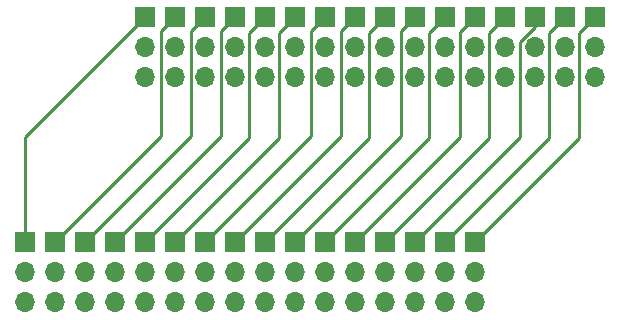
<source format=gbl>
%TF.GenerationSoftware,KiCad,Pcbnew,(5.1.10)-1*%
%TF.CreationDate,2021-11-27T12:55:31-07:00*%
%TF.ProjectId,SandboxBreakout,53616e64-626f-4784-9272-65616b6f7574,rev?*%
%TF.SameCoordinates,Original*%
%TF.FileFunction,Copper,L2,Bot*%
%TF.FilePolarity,Positive*%
%FSLAX46Y46*%
G04 Gerber Fmt 4.6, Leading zero omitted, Abs format (unit mm)*
G04 Created by KiCad (PCBNEW (5.1.10)-1) date 2021-11-27 12:55:31*
%MOMM*%
%LPD*%
G01*
G04 APERTURE LIST*
%TA.AperFunction,ComponentPad*%
%ADD10O,1.700000X1.700000*%
%TD*%
%TA.AperFunction,ComponentPad*%
%ADD11R,1.700000X1.700000*%
%TD*%
%TA.AperFunction,Conductor*%
%ADD12C,0.250000*%
%TD*%
G04 APERTURE END LIST*
D10*
X25400000Y-80010000D03*
X25400000Y-77470000D03*
D11*
X25400000Y-74930000D03*
X27940000Y-74930000D03*
D10*
X27940000Y-77470000D03*
X27940000Y-80010000D03*
D11*
X30480000Y-74930000D03*
D10*
X30480000Y-77470000D03*
X30480000Y-80010000D03*
D11*
X33020000Y-74930000D03*
D10*
X33020000Y-77470000D03*
X33020000Y-80010000D03*
X35560000Y-60960000D03*
X35560000Y-58420000D03*
D11*
X35560000Y-55880000D03*
D10*
X38100000Y-60960000D03*
X38100000Y-58420000D03*
D11*
X38100000Y-55880000D03*
D10*
X40640000Y-60960000D03*
X40640000Y-58420000D03*
D11*
X40640000Y-55880000D03*
D10*
X43180000Y-60960000D03*
X43180000Y-58420000D03*
D11*
X43180000Y-55880000D03*
D10*
X35560000Y-80010000D03*
X35560000Y-77470000D03*
D11*
X35560000Y-74930000D03*
D10*
X40640000Y-80010000D03*
X40640000Y-77470000D03*
D11*
X40640000Y-74930000D03*
D10*
X45720000Y-80010000D03*
X45720000Y-77470000D03*
D11*
X45720000Y-74930000D03*
D10*
X55880000Y-80010000D03*
X55880000Y-77470000D03*
D11*
X55880000Y-74930000D03*
D10*
X50800000Y-80010000D03*
X50800000Y-77470000D03*
D11*
X50800000Y-74930000D03*
D10*
X55880000Y-60960000D03*
X55880000Y-58420000D03*
D11*
X55880000Y-55880000D03*
D10*
X60960000Y-60960000D03*
X60960000Y-58420000D03*
D11*
X60960000Y-55880000D03*
D10*
X71120000Y-60960000D03*
X71120000Y-58420000D03*
D11*
X71120000Y-55880000D03*
D10*
X45720000Y-60960000D03*
X45720000Y-58420000D03*
D11*
X45720000Y-55880000D03*
D10*
X66040000Y-60960000D03*
X66040000Y-58420000D03*
D11*
X66040000Y-55880000D03*
D10*
X50800000Y-60960000D03*
X50800000Y-58420000D03*
D11*
X50800000Y-55880000D03*
D10*
X60960000Y-80010000D03*
X60960000Y-77470000D03*
D11*
X60960000Y-74930000D03*
D10*
X38100000Y-80010000D03*
X38100000Y-77470000D03*
D11*
X38100000Y-74930000D03*
D10*
X43180000Y-80010000D03*
X43180000Y-77470000D03*
D11*
X43180000Y-74930000D03*
D10*
X48260000Y-80010000D03*
X48260000Y-77470000D03*
D11*
X48260000Y-74930000D03*
D10*
X48260000Y-60960000D03*
X48260000Y-58420000D03*
D11*
X48260000Y-55880000D03*
D10*
X63500000Y-80010000D03*
X63500000Y-77470000D03*
D11*
X63500000Y-74930000D03*
D10*
X63500000Y-60960000D03*
X63500000Y-58420000D03*
D11*
X63500000Y-55880000D03*
D10*
X73660000Y-60960000D03*
X73660000Y-58420000D03*
D11*
X73660000Y-55880000D03*
D10*
X68580000Y-60960000D03*
X68580000Y-58420000D03*
D11*
X68580000Y-55880000D03*
D10*
X53340000Y-80010000D03*
X53340000Y-77470000D03*
D11*
X53340000Y-74930000D03*
D10*
X58420000Y-60960000D03*
X58420000Y-58420000D03*
D11*
X58420000Y-55880000D03*
D10*
X58420000Y-80010000D03*
X58420000Y-77470000D03*
D11*
X58420000Y-74930000D03*
D10*
X53340000Y-60960000D03*
X53340000Y-58420000D03*
D11*
X53340000Y-55880000D03*
D12*
X25400000Y-66040000D02*
X35560000Y-55880000D01*
X25400000Y-74930000D02*
X25400000Y-66040000D01*
X36924999Y-57055001D02*
X38100000Y-55880000D01*
X36924999Y-65945001D02*
X36924999Y-57055001D01*
X27940000Y-74930000D02*
X36924999Y-65945001D01*
X39464999Y-57055001D02*
X40640000Y-55880000D01*
X39464999Y-65945001D02*
X39464999Y-57055001D01*
X30480000Y-74930000D02*
X39464999Y-65945001D01*
X42004999Y-57055001D02*
X43180000Y-55880000D01*
X42004999Y-65945001D02*
X42004999Y-57055001D01*
X33020000Y-74930000D02*
X42004999Y-65945001D01*
X44355001Y-57244999D02*
X45720000Y-55880000D01*
X44355001Y-66134999D02*
X44355001Y-57244999D01*
X35560000Y-74930000D02*
X44355001Y-66134999D01*
X46895001Y-57244999D02*
X48260000Y-55880000D01*
X46895001Y-66134999D02*
X46895001Y-57244999D01*
X38100000Y-74930000D02*
X46895001Y-66134999D01*
X49624999Y-57055001D02*
X50800000Y-55880000D01*
X49624999Y-65945001D02*
X49624999Y-57055001D01*
X40640000Y-74930000D02*
X49624999Y-65945001D01*
X52164999Y-57055001D02*
X53340000Y-55880000D01*
X52164999Y-65945001D02*
X52164999Y-57055001D01*
X43180000Y-74930000D02*
X52164999Y-65945001D01*
X54515001Y-57244999D02*
X55880000Y-55880000D01*
X54515001Y-66134999D02*
X54515001Y-57244999D01*
X45720000Y-74930000D02*
X54515001Y-66134999D01*
X57244999Y-57055001D02*
X58420000Y-55880000D01*
X57244999Y-65945001D02*
X57244999Y-57055001D01*
X48260000Y-74930000D02*
X57244999Y-65945001D01*
X59595001Y-57244999D02*
X60960000Y-55880000D01*
X59595001Y-66134999D02*
X59595001Y-57244999D01*
X50800000Y-74930000D02*
X59595001Y-66134999D01*
X53340000Y-74930000D02*
X62230000Y-66040000D01*
X62230000Y-57150000D02*
X63500000Y-55880000D01*
X62230000Y-66040000D02*
X62230000Y-57150000D01*
X64675001Y-57244999D02*
X66040000Y-55880000D01*
X64675001Y-66134999D02*
X64675001Y-57244999D01*
X55880000Y-74930000D02*
X64675001Y-66134999D01*
X58420000Y-74930000D02*
X67310000Y-66040000D01*
X68580000Y-56680998D02*
X68580000Y-55880000D01*
X67310000Y-57950998D02*
X68580000Y-56680998D01*
X67310000Y-66040000D02*
X67310000Y-57950998D01*
X69755001Y-57244999D02*
X71120000Y-55880000D01*
X69755001Y-66134999D02*
X69755001Y-57244999D01*
X60960000Y-74930000D02*
X69755001Y-66134999D01*
X72295001Y-57244999D02*
X73660000Y-55880000D01*
X72295001Y-66134999D02*
X72295001Y-57244999D01*
X63500000Y-74930000D02*
X72295001Y-66134999D01*
M02*

</source>
